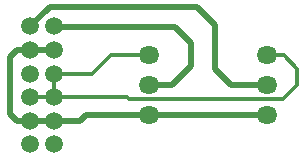
<source format=gtl>
G04*
G04 #@! TF.GenerationSoftware,Altium Limited,Altium Designer,22.11.1 (43)*
G04*
G04 Layer_Physical_Order=1*
G04 Layer_Color=255*
%FSLAX23Y23*%
%MOIN*%
G70*
G04*
G04 #@! TF.SameCoordinates,F1E3784D-8C2B-4C05-8135-D49735668F0E*
G04*
G04*
G04 #@! TF.FilePolarity,Positive*
G04*
G01*
G75*
%ADD10C,0.020*%
%ADD11C,0.012*%
%ADD12O,0.069X0.059*%
%ADD13C,0.059*%
D10*
X2205Y4538D02*
X2205Y4614D01*
X2063Y4474D02*
X2140Y4474D01*
X2205Y4538D01*
X2283Y4528D02*
X2337Y4474D01*
X2457Y4474D01*
X2283Y4528D02*
X2283Y4674D01*
X1624Y4590D02*
X1748Y4590D01*
X1602Y4375D02*
X1602Y4567D01*
X1624Y4590D01*
X1602Y4375D02*
X1623Y4353D01*
X1669Y4353D01*
X1669Y4354D02*
X1748Y4354D01*
X1748Y4668D02*
X2150Y4668D01*
X2205Y4614D01*
X2224Y4733D02*
X2283Y4674D01*
X1734Y4733D02*
X2224Y4733D01*
X1669Y4669D02*
X1734Y4733D01*
X2063Y4374D02*
X2457Y4374D01*
X1854Y4374D02*
X2063Y4374D01*
X1834Y4354D02*
X1854Y4374D01*
X1748Y4354D02*
X1834Y4354D01*
D11*
X1748Y4432D02*
X1991Y4432D01*
X1999Y4425D02*
X2511Y4425D01*
X1991Y4432D02*
X1999Y4425D01*
X2511Y4425D02*
X2559Y4472D01*
X1748Y4432D02*
X1748Y4511D01*
X2559Y4472D02*
X2559Y4528D01*
X2513Y4574D02*
X2559Y4528D01*
X2457Y4574D02*
X2513Y4574D01*
X1936Y4574D02*
X2063Y4574D01*
X1873Y4511D02*
X1936Y4574D01*
X1748Y4511D02*
X1873Y4511D01*
X1669Y4432D02*
X1748Y4432D01*
D12*
X2457Y4474D02*
D03*
X2457Y4574D02*
D03*
X2457Y4374D02*
D03*
X2063Y4374D02*
D03*
X2063Y4574D02*
D03*
X2063Y4474D02*
D03*
D13*
X1748Y4669D02*
D03*
X1669Y4669D02*
D03*
X1748Y4590D02*
D03*
X1669Y4590D02*
D03*
X1748Y4511D02*
D03*
X1669Y4511D02*
D03*
X1748Y4432D02*
D03*
X1669Y4432D02*
D03*
X1748Y4354D02*
D03*
X1669Y4354D02*
D03*
X1748Y4275D02*
D03*
X1669Y4275D02*
D03*
M02*

</source>
